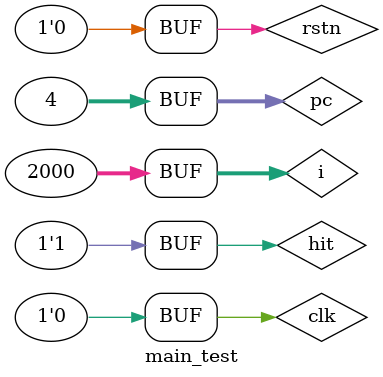
<source format=v>
`timescale 1ns / 1ps

module main_test;

   // Inputs
   reg [31:0] pc;
   reg	      clk, rstn, hit;
   
   // Outputs
   wire [31:0] pcOut;

   integer i;
   // parameter size = 16;

   // Instantiate the Unit Under Test (UUT)
   PCReg uut(pcOut,
	     pc,
             hit,
	     clk,
	     rstn
	      );

   initial begin
      /// Initialize Inputs
      #10 rstn = 1;
      hit = 1;
      rstn = 0;
      pc = 0;

      #100;
      pc = 4;

      // $readmemb("pth", 2d_reg, start_addr, end_addr);
   end

   initial begin
      clk = 0;
      for (i = 0; i < 2000; i = i + 1)
	#25 clk = ~clk;
   end


   initial begin
      $dumpfile("./pcReg_test.vcd");
      $dumpvars;
   end

endmodule

</source>
